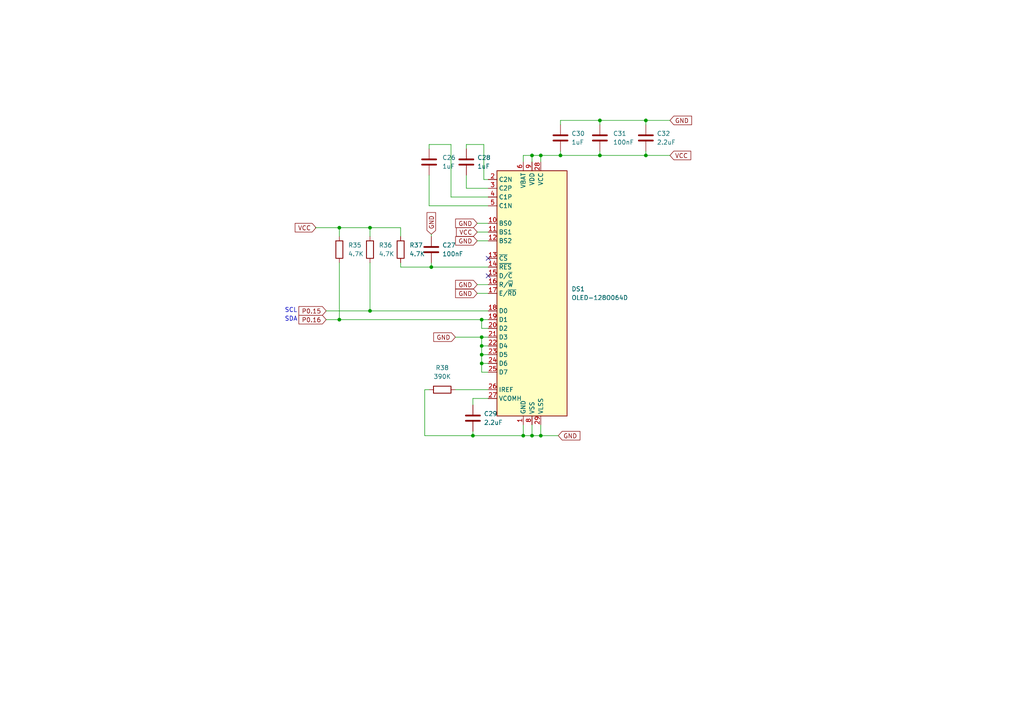
<source format=kicad_sch>
(kicad_sch (version 20211123) (generator eeschema)
  (paper "A4")
  (lib_symbols
    (symbol "Device:C" (pin_numbers hide) (pin_names (offset 0.254))
      (property "Reference" "C" (at 0.635 2.54 0))
      (property "Value" "C" (at 0.635 -2.54 0))
      (symbol "C_0_1"
        (polyline (pts (xy -2.032 -0.762) (xy 2.032 -0.762)) (stroke (width 0.508)))
        (polyline (pts (xy -2.032 0.762) (xy 2.032 0.762)) (stroke (width 0.508)))
      )
      (symbol "C_1_1"
        (pin passive line (at 0 3.81 270) (length 2.794) (name "~") (number "1"))
        (pin passive line (at 0 -3.81 90) (length 2.794) (name "~") (number "2"))
      )
    )
    (symbol "Device:R" (pin_numbers hide) (pin_names (offset 0))
      (property "Reference" "R" (at 2.032 0 90))
      (property "Value" "R" (at 0 0 90))
      (symbol "R_0_1"
        (rectangle (start -1.016 -2.54) (end 1.016 2.54) (stroke (width 0.254)))
      )
      (symbol "R_1_1"
        (pin passive line (at 0 3.81 270) (length 1.27) (name "~") (number "1"))
        (pin passive line (at 0 -3.81 90) (length 1.27) (name "~") (number "2"))
      )
    )
    (symbol "Display_Graphic:OLED-128O064D"
      (property "Reference" "DS" (at -10.16 38.1 0))
      (property "Value" "OLED-128O064D" (at 12.7 38.1 0))
      (symbol "OLED-128O064D_0_1"
        (rectangle (start -10.16 35.56) (end 10.16 -35.56) (stroke (width 0.254)) (fill (type background)))
      )
      (symbol "OLED-128O064D_1_1"
        (pin power_in line (at -2.54 -38.1 90) (length 2.54) (name "GND") (number "1"))
        (pin input line (at -12.7 20.32 0) (length 2.54) (name "BS0") (number "10"))
        (pin input line (at -12.7 17.78 0) (length 2.54) (name "BS1") (number "11"))
        (pin input line (at -12.7 15.24 0) (length 2.54) (name "BS2") (number "12"))
        (pin input line (at -12.7 10.16 0) (length 2.54) (name "~{CS}") (number "13"))
        (pin input line (at -12.7 7.62 0) (length 2.54) (name "~{RES}") (number "14"))
        (pin input line (at -12.7 5.08 0) (length 2.54) (name "D/~{C}") (number "15"))
        (pin input line (at -12.7 2.54 0) (length 2.54) (name "R/~{W}") (number "16"))
        (pin input line (at -12.7 0 0) (length 2.54) (name "E/~{RD}") (number "17"))
        (pin bidirectional line (at -12.7 -5.08 0) (length 2.54) (name "D0") (number "18"))
        (pin bidirectional line (at -12.7 -7.62 0) (length 2.54) (name "D1") (number "19"))
        (pin passive line (at -12.7 33.02 0) (length 2.54) (name "C2N") (number "2"))
        (pin bidirectional line (at -12.7 -10.16 0) (length 2.54) (name "D2") (number "20"))
        (pin bidirectional line (at -12.7 -12.7 0) (length 2.54) (name "D3") (number "21"))
        (pin bidirectional line (at -12.7 -15.24 0) (length 2.54) (name "D4") (number "22"))
        (pin bidirectional line (at -12.7 -17.78 0) (length 2.54) (name "D5") (number "23"))
        (pin bidirectional line (at -12.7 -20.32 0) (length 2.54) (name "D6") (number "24"))
        (pin bidirectional line (at -12.7 -22.86 0) (length 2.54) (name "D7") (number "25"))
        (pin passive line (at -12.7 -27.94 0) (length 2.54) (name "IREF") (number "26"))
        (pin passive line (at -12.7 -30.48 0) (length 2.54) (name "VCOMH") (number "27"))
        (pin power_in line (at 2.54 38.1 270) (length 2.54) (name "VCC") (number "28"))
        (pin power_in line (at 2.54 -38.1 90) (length 2.54) (name "VLSS") (number "29"))
        (pin passive line (at -12.7 30.48 0) (length 2.54) (name "C2P") (number "3"))
        (pin passive line (at -2.54 -38.1 90) (length 2.54) hide (name "GND") (number "30"))
        (pin passive line (at -12.7 27.94 0) (length 2.54) (name "C1P") (number "4"))
        (pin passive line (at -12.7 25.4 0) (length 2.54) (name "C1N") (number "5"))
        (pin power_in line (at -2.54 38.1 270) (length 2.54) (name "VBAT") (number "6"))
        (pin no_connect line (at 10.16 0 180) (length 2.54) hide (name "NC") (number "7"))
        (pin power_in line (at 0 -38.1 90) (length 2.54) (name "VSS") (number "8"))
        (pin power_in line (at 0 38.1 270) (length 2.54) (name "VDD") (number "9"))
      )
    )
  )
  (junction (at 187.325 34.925))
  (junction (at 151.765 126.365))
  (junction (at 137.16 126.365))
  (junction (at 162.56 45.085))
  (junction (at 107.315 90.17))
  (junction (at 139.7 97.79))
  (junction (at 139.7 102.87))
  (junction (at 139.7 92.71))
  (junction (at 187.325 45.085))
  (junction (at 98.425 92.71))
  (junction (at 139.7 105.41))
  (junction (at 139.7 100.33))
  (junction (at 98.425 66.04))
  (junction (at 125.095 77.47))
  (junction (at 107.315 66.04))
  (junction (at 173.99 34.925))
  (junction (at 154.305 45.085))
  (junction (at 173.99 45.085))
  (junction (at 156.845 126.365))
  (junction (at 156.845 45.085))
  (junction (at 154.305 126.365))
  (no_connect (at 141.605 80.01))
  (no_connect (at 141.605 74.93))
  (wire (pts (xy 139.7 97.79) (xy 139.7 100.33)))
  (wire (pts (xy 173.99 34.925) (xy 187.325 34.925)))
  (wire (pts (xy 138.43 64.77) (xy 141.605 64.77)))
  (wire (pts (xy 123.19 126.365) (xy 137.16 126.365)))
  (wire (pts (xy 94.615 92.71) (xy 98.425 92.71)))
  (wire (pts (xy 154.305 45.085) (xy 156.845 45.085)))
  (wire (pts (xy 107.315 66.04) (xy 107.315 68.58)))
  (wire (pts (xy 187.325 45.085) (xy 194.31 45.085)))
  (wire (pts (xy 162.56 34.925) (xy 173.99 34.925)))
  (wire (pts (xy 125.095 68.58) (xy 125.095 67.945)))
  (wire (pts (xy 91.44 66.04) (xy 98.425 66.04)))
  (wire (pts (xy 141.605 97.79) (xy 139.7 97.79)))
  (wire (pts (xy 138.43 82.55) (xy 141.605 82.55)))
  (wire (pts (xy 156.845 45.085) (xy 162.56 45.085)))
  (wire (pts (xy 135.255 54.61) (xy 135.255 50.8)))
  (wire (pts (xy 139.7 105.41) (xy 139.7 107.95)))
  (wire (pts (xy 123.19 113.03) (xy 123.19 126.365)))
  (wire (pts (xy 151.765 123.19) (xy 151.765 126.365)))
  (wire (pts (xy 107.315 76.2) (xy 107.315 90.17)))
  (wire (pts (xy 139.7 100.33) (xy 141.605 100.33)))
  (wire (pts (xy 138.43 85.09) (xy 141.605 85.09)))
  (wire (pts (xy 137.16 126.365) (xy 151.765 126.365)))
  (wire (pts (xy 98.425 92.71) (xy 98.425 76.2)))
  (wire (pts (xy 151.765 126.365) (xy 154.305 126.365)))
  (wire (pts (xy 173.99 45.085) (xy 187.325 45.085)))
  (wire (pts (xy 156.845 123.19) (xy 156.845 126.365)))
  (wire (pts (xy 135.255 41.91) (xy 135.255 43.18)))
  (wire (pts (xy 156.845 45.085) (xy 156.845 46.99)))
  (wire (pts (xy 98.425 66.04) (xy 98.425 68.58)))
  (wire (pts (xy 130.81 57.15) (xy 130.81 41.91)))
  (wire (pts (xy 151.765 45.085) (xy 154.305 45.085)))
  (wire (pts (xy 138.43 69.85) (xy 141.605 69.85)))
  (wire (pts (xy 139.7 95.25) (xy 139.7 92.71)))
  (wire (pts (xy 154.305 45.085) (xy 154.305 46.99)))
  (wire (pts (xy 156.845 126.365) (xy 161.925 126.365)))
  (wire (pts (xy 116.205 68.58) (xy 116.205 66.04)))
  (wire (pts (xy 141.605 92.71) (xy 139.7 92.71)))
  (wire (pts (xy 141.605 59.69) (xy 124.46 59.69)))
  (wire (pts (xy 116.205 76.2) (xy 116.205 77.47)))
  (wire (pts (xy 141.605 57.15) (xy 130.81 57.15)))
  (wire (pts (xy 139.7 102.87) (xy 141.605 102.87)))
  (wire (pts (xy 98.425 66.04) (xy 107.315 66.04)))
  (wire (pts (xy 154.305 123.19) (xy 154.305 126.365)))
  (wire (pts (xy 139.7 102.87) (xy 139.7 105.41)))
  (wire (pts (xy 173.99 34.925) (xy 173.99 36.195)))
  (wire (pts (xy 124.46 41.91) (xy 124.46 43.18)))
  (wire (pts (xy 162.56 34.925) (xy 162.56 36.195)))
  (wire (pts (xy 132.08 113.03) (xy 141.605 113.03)))
  (wire (pts (xy 107.315 90.17) (xy 141.605 90.17)))
  (wire (pts (xy 138.43 67.31) (xy 141.605 67.31)))
  (wire (pts (xy 162.56 43.815) (xy 162.56 45.085)))
  (wire (pts (xy 132.08 97.79) (xy 139.7 97.79)))
  (wire (pts (xy 125.095 77.47) (xy 141.605 77.47)))
  (wire (pts (xy 162.56 45.085) (xy 173.99 45.085)))
  (wire (pts (xy 141.605 115.57) (xy 137.16 115.57)))
  (wire (pts (xy 154.305 126.365) (xy 156.845 126.365)))
  (wire (pts (xy 125.095 76.2) (xy 125.095 77.47)))
  (wire (pts (xy 107.315 66.04) (xy 116.205 66.04)))
  (wire (pts (xy 139.7 105.41) (xy 141.605 105.41)))
  (wire (pts (xy 187.325 34.925) (xy 194.31 34.925)))
  (wire (pts (xy 139.7 100.33) (xy 139.7 102.87)))
  (wire (pts (xy 173.99 43.815) (xy 173.99 45.085)))
  (wire (pts (xy 124.46 113.03) (xy 123.19 113.03)))
  (wire (pts (xy 187.325 34.925) (xy 187.325 36.195)))
  (wire (pts (xy 94.615 90.17) (xy 107.315 90.17)))
  (wire (pts (xy 140.335 52.07) (xy 140.335 41.91)))
  (wire (pts (xy 141.605 54.61) (xy 135.255 54.61)))
  (wire (pts (xy 151.765 46.99) (xy 151.765 45.085)))
  (wire (pts (xy 124.46 59.69) (xy 124.46 50.8)))
  (wire (pts (xy 139.7 107.95) (xy 141.605 107.95)))
  (wire (pts (xy 141.605 95.25) (xy 139.7 95.25)))
  (wire (pts (xy 116.205 77.47) (xy 125.095 77.47)))
  (wire (pts (xy 187.325 43.815) (xy 187.325 45.085)))
  (wire (pts (xy 140.335 41.91) (xy 135.255 41.91)))
  (wire (pts (xy 141.605 52.07) (xy 140.335 52.07)))
  (wire (pts (xy 130.81 41.91) (xy 124.46 41.91)))
  (wire (pts (xy 137.16 115.57) (xy 137.16 117.475)))
  (wire (pts (xy 137.16 125.095) (xy 137.16 126.365)))
  (wire (pts (xy 139.7 92.71) (xy 98.425 92.71)))
  (text "SCL" (at 82.55 90.805 0) (effects (font (size 1.27 1.27)) (justify left bottom)))
  (text "SDA" (at 82.55 93.345 0) (effects (font (size 1.27 1.27)) (justify left bottom)))
  (global_label "GND" (shape input) (at 138.43 64.77 180) (property "Intersheet References" "${INTERSHEET_REFS}" (effects hide)))
  (global_label "GND" (shape input) (at 138.43 85.09 180) (property "Intersheet References" "${INTERSHEET_REFS}" (effects hide)))
  (global_label "GND" (shape input) (at 194.31 34.925 0) (property "Intersheet References" "${INTERSHEET_REFS}" (effects hide)))
  (global_label "GND" (shape input) (at 132.08 97.79 180) (property "Intersheet References" "${INTERSHEET_REFS}" (effects hide)))
  (global_label "GND" (shape input) (at 138.43 69.85 180) (property "Intersheet References" "${INTERSHEET_REFS}" (effects hide)))
  (global_label "GND" (shape input) (at 125.095 67.945 90) (property "Intersheet References" "${INTERSHEET_REFS}" (effects hide)))
  (global_label "VCC" (shape input) (at 91.654 66.04 180) (property "Intersheet References" "${INTERSHEET_REFS}" (effects hide)))
  (global_label "GND" (shape input) (at 161.925 126.365 0) (property "Intersheet References" "${INTERSHEET_REFS}" (effects hide)))
  (global_label "GND" (shape input) (at 138.43 82.55 180) (property "Intersheet References" "${INTERSHEET_REFS}" (effects hide)))
  (global_label "P0.16" (shape input) (at 94.615 92.71 180) (property "Intersheet References" "${INTERSHEET_REFS}" (effects hide)))
  (global_label "VCC" (shape input) (at 194.31 45.085 0) (property "Intersheet References" "${INTERSHEET_REFS}" (effects hide)))
  (global_label "P0.15" (shape input) (at 94.615 90.17 180) (property "Intersheet References" "${INTERSHEET_REFS}" (effects hide)))
  (global_label "VCC" (shape input) (at 138.43 67.31 180) (property "Intersheet References" "${INTERSHEET_REFS}" (effects hide)))
  (symbol (lib_id "Device:R") (at 116.205 72.39 0) (unit 1)
    (property "Reference" "R37" (at 118.745 71.1199 0) (effects (justify left)))
    (property "Value" "4.7K" (at 118.745 73.6599 0) (effects (justify left)))
    (property "Footprint" "Resistor_SMD:R_0603_1608Metric" (effects hide))
  )
  (symbol (lib_id "Device:R") (at 107.315 72.39 0) (unit 1)
    (property "Reference" "R36" (at 109.855 71.1199 0) (effects (justify left)))
    (property "Value" "4.7K" (at 109.855 73.6599 0) (effects (justify left)))
    (property "Footprint" "Resistor_SMD:R_0603_1608Metric" (effects hide))
  )
  (symbol (lib_id "Device:R") (at 128.27 113.03 90) (unit 1)
    (property "Reference" "R38" (at 128.27 106.68 90))
    (property "Value" "390K" (at 128.27 109.22 90))
    (property "Footprint" "Resistor_SMD:R_0603_1608Metric" (effects hide))
  )
  (symbol (lib_id "Device:C") (at 135.255 46.99 180) (unit 1)
    (property "Reference" "C28" (at 138.43 45.7199 0) (effects (justify right)))
    (property "Value" "1uF" (at 138.43 48.2599 0) (effects (justify right)))
    (property "Footprint" "Capacitor_SMD:C_0603_1608Metric" (effects hide))
  )
  (symbol (lib_id "Device:R") (at 98.425 72.39 0) (unit 1)
    (property "Reference" "R35" (at 100.965 71.1199 0) (effects (justify left)))
    (property "Value" "4.7K" (at 100.965 73.6599 0) (effects (justify left)))
    (property "Footprint" "Resistor_SMD:R_0603_1608Metric" (effects hide))
  )
  (symbol (lib_id "Device:C") (at 162.56 40.005 180) (unit 1)
    (property "Reference" "C30" (at 165.735 38.7349 0) (effects (justify right)))
    (property "Value" "1uF" (at 165.735 41.2749 0) (effects (justify right)))
    (property "Footprint" "Capacitor_SMD:C_0603_1608Metric" (effects hide))
  )
  (symbol (lib_id "Display_Graphic:OLED-128O064D") (at 154.305 85.09 0) (unit 1)
    (property "Reference" "DS1" (at 165.735 83.8199 0) (effects (justify left)))
    (property "Value" "OLED-128O064D" (at 165.735 86.3599 0) (effects (justify left)))
    (property "Footprint" "Display:OLED-128O064D" (effects hide))
    (property "Datasheet" "https://www.vishay.com/docs/37902/oled128o064dbpp3n00000.pdf" (effects hide))
  )
  (symbol (lib_id "Device:C") (at 137.16 121.285 180) (unit 1)
    (property "Reference" "C29" (at 140.335 120.0149 0) (effects (justify right)))
    (property "Value" "2.2uF" (at 140.335 122.5549 0) (effects (justify right)))
    (property "Footprint" "Capacitor_SMD:C_0603_1608Metric" (effects hide))
  )
  (symbol (lib_id "Device:C") (at 187.325 40.005 180) (unit 1)
    (property "Reference" "C32" (at 190.5 38.7349 0) (effects (justify right)))
    (property "Value" "2.2uF" (at 190.5 41.2749 0) (effects (justify right)))
    (property "Footprint" "Capacitor_SMD:C_0603_1608Metric" (effects hide))
  )
  (symbol (lib_id "Device:C") (at 173.99 40.005 180) (unit 1)
    (property "Reference" "C31" (at 177.8 38.7349 0) (effects (justify right)))
    (property "Value" "100nF" (at 177.8 41.2749 0) (effects (justify right)))
    (property "Footprint" "Capacitor_SMD:C_0603_1608Metric" (effects hide))
  )
  (symbol (lib_id "Device:C") (at 125.095 72.39 180) (unit 1)
    (property "Reference" "C27" (at 128.27 71.1199 0) (effects (justify right)))
    (property "Value" "100nF" (at 128.27 73.6599 0) (effects (justify right)))
    (property "Footprint" "Capacitor_SMD:C_0603_1608Metric" (effects hide))
  )
  (symbol (lib_id "Device:C") (at 124.46 46.99 180) (unit 1)
    (property "Reference" "C26" (at 128.27 45.7199 0) (effects (justify right)))
    (property "Value" "1uF" (at 128.27 48.2599 0) (effects (justify right)))
    (property "Footprint" "Capacitor_SMD:C_0603_1608Metric" (effects hide))
  )
)
</source>
